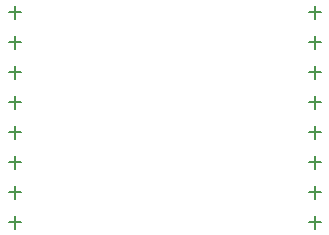
<source format=gbr>
%FSTAX23Y23*%
%MOIN*%
%SFA1B1*%

%IPPOS*%
%ADD29C,0.005000*%
%LNdrv8833_dev_drillmap_1-1*%
%LPD*%
G54D29*
X01039Y0007D02*
X0108D01*
X0106Y00049D02*
Y0009D01*
X01039Y0017D02*
X0108D01*
X0106Y00149D02*
Y0019D01*
X01039Y0027D02*
X0108D01*
X0106Y00249D02*
Y0029D01*
X01039Y0037D02*
X0108D01*
X0106Y00349D02*
Y0039D01*
X01039Y0047D02*
X0108D01*
X0106Y00449D02*
Y0049D01*
X01039Y0057D02*
X0108D01*
X0106Y00549D02*
Y0059D01*
X01039Y0067D02*
X0108D01*
X0106Y00649D02*
Y0069D01*
X01039Y0077D02*
X0108D01*
X0106Y00749D02*
Y0079D01*
X00039Y0007D02*
X0008D01*
X0006Y00049D02*
Y0009D01*
X00039Y0017D02*
X0008D01*
X0006Y00149D02*
Y0019D01*
X00039Y0027D02*
X0008D01*
X0006Y00249D02*
Y0029D01*
X00039Y0037D02*
X0008D01*
X0006Y00349D02*
Y0039D01*
X00039Y0047D02*
X0008D01*
X0006Y00449D02*
Y0049D01*
X00039Y0057D02*
X0008D01*
X0006Y00549D02*
Y0059D01*
X00039Y0067D02*
X0008D01*
X0006Y00649D02*
Y0069D01*
X00039Y0077D02*
X0008D01*
X0006Y00749D02*
Y0079D01*
M02*
</source>
